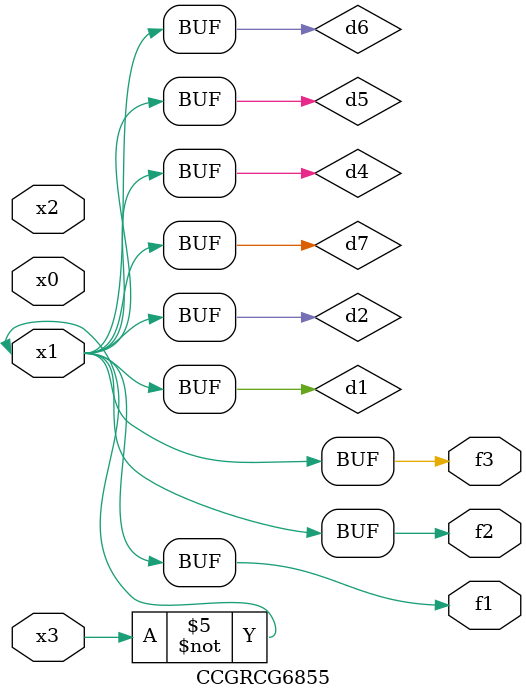
<source format=v>
module CCGRCG6855(
	input x0, x1, x2, x3,
	output f1, f2, f3
);

	wire d1, d2, d3, d4, d5, d6, d7;

	not (d1, x3);
	buf (d2, x1);
	xnor (d3, d1, d2);
	nor (d4, d1);
	buf (d5, d1, d2);
	buf (d6, d4, d5);
	nand (d7, d4);
	assign f1 = d6;
	assign f2 = d7;
	assign f3 = d6;
endmodule

</source>
